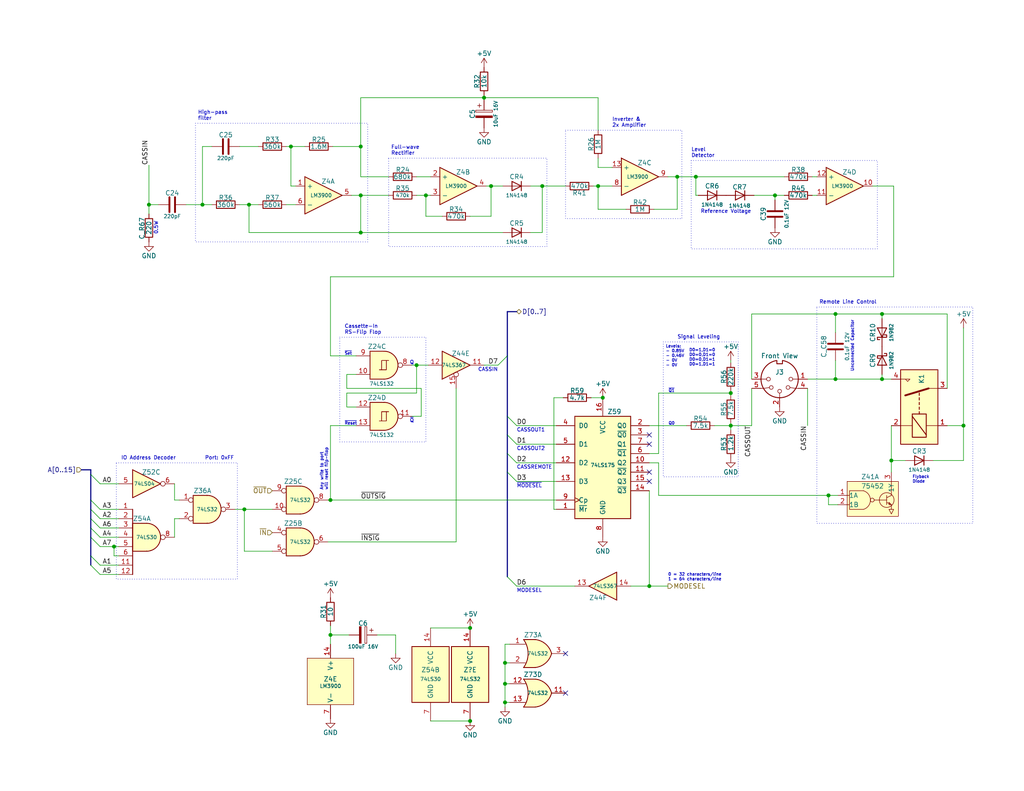
<source format=kicad_sch>
(kicad_sch (version 20230121) (generator eeschema)
  (paper "USLetter")
  (title_block (title "TRS-80 Model I G") (date "2023-10-24") (rev "E1B") (company "RetroStack - Marcel Erz") (comment 2 "Cassette motor control, input & output circuits, IO decoding, and video mode selection") (comment 4 "Cassette Interface with Video Mode Select"))
  (lib_symbols
    (symbol "74xx:74LS04"
      (property "Reference" "U" (at 0 1.27 0))
      (property "Value" "74LS04" (at 0 -1.27 0))
      (symbol "74LS04_1_0"
        (pin input line (at -7.62 0 0) (length 3.81) (name "~") (number "1"))
        (pin output inverted (at 7.62 0 180) (length 3.81) (name "~") (number "2"))
      )
      (symbol "74LS04_2_0"
        (pin input line (at -7.62 0 0) (length 3.81) (name "~") (number "3"))
        (pin output inverted (at 7.62 0 180) (length 3.81) (name "~") (number "4"))
      )
      (symbol "74LS04_3_0"
        (pin input line (at -7.62 0 0) (length 3.81) (name "~") (number "5"))
        (pin output inverted (at 7.62 0 180) (length 3.81) (name "~") (number "6"))
      )
      (symbol "74LS04_4_0"
        (pin output inverted (at 7.62 0 180) (length 3.81) (name "~") (number "8"))
        (pin input line (at -7.62 0 0) (length 3.81) (name "~") (number "9"))
      )
      (symbol "74LS04_5_0"
        (pin output inverted (at 7.62 0 180) (length 3.81) (name "~") (number "10"))
        (pin input line (at -7.62 0 0) (length 3.81) (name "~") (number "11"))
      )
      (symbol "74LS04_6_0"
        (pin output inverted (at 7.62 0 180) (length 3.81) (name "~") (number "12"))
        (pin input line (at -7.62 0 0) (length 3.81) (name "~") (number "13"))
      )
      (symbol "74LS04_7_0"
        (pin power_in line (at 0 12.7 270) (length 5.08) (name "VCC") (number "14"))
        (pin power_in line (at 0 -12.7 90) (length 5.08) (name "GND") (number "7"))
      )
    )
    (symbol "74xx:74LS132" (pin_names (offset 1.016))
      (property "Reference" "U" (at 0 1.27 0))
      (property "Value" "74LS132" (at 0 -1.27 0))
      (symbol "74LS132_1_1"
        (pin input line (at -7.62 2.54 0) (length 3.81) (name "~") (number "1"))
        (pin input line (at -7.62 -2.54 0) (length 3.81) (name "~") (number "2"))
        (pin output inverted (at 7.62 0 180) (length 3.81) (name "~") (number "3"))
      )
      (symbol "74LS132_1_2"
        (pin input inverted (at -7.62 2.54 0) (length 4.318) (name "~") (number "1"))
        (pin input inverted (at -7.62 -2.54 0) (length 4.318) (name "~") (number "2"))
        (pin output line (at 7.62 0 180) (length 3.81) (name "~") (number "3"))
      )
      (symbol "74LS132_2_1"
        (pin input line (at -7.62 2.54 0) (length 3.81) (name "~") (number "4"))
        (pin input line (at -7.62 -2.54 0) (length 3.81) (name "~") (number "5"))
        (pin output inverted (at 7.62 0 180) (length 3.81) (name "~") (number "6"))
      )
      (symbol "74LS132_2_2"
        (pin input inverted (at -7.62 2.54 0) (length 4.318) (name "~") (number "4"))
        (pin input inverted (at -7.62 -2.54 0) (length 4.318) (name "~") (number "5"))
        (pin output line (at 7.62 0 180) (length 3.81) (name "~") (number "6"))
      )
      (symbol "74LS132_3_1"
        (pin input line (at -7.62 -2.54 0) (length 3.81) (name "~") (number "10"))
        (pin output inverted (at 7.62 0 180) (length 3.81) (name "~") (number "8"))
        (pin input line (at -7.62 2.54 0) (length 3.81) (name "~") (number "9"))
      )
      (symbol "74LS132_3_2"
        (pin input inverted (at -7.62 -2.54 0) (length 4.318) (name "~") (number "10"))
        (pin output line (at 7.62 0 180) (length 3.81) (name "~") (number "8"))
        (pin input inverted (at -7.62 2.54 0) (length 4.318) (name "~") (number "9"))
      )
      (symbol "74LS132_4_1"
        (pin output inverted (at 7.62 0 180) (length 3.81) (name "~") (number "11"))
        (pin input line (at -7.62 2.54 0) (length 3.81) (name "~") (number "12"))
        (pin input line (at -7.62 -2.54 0) (length 3.81) (name "~") (number "13"))
      )
      (symbol "74LS132_4_2"
        (pin output line (at 7.62 0 180) (length 3.81) (name "~") (number "11"))
        (pin input inverted (at -7.62 2.54 0) (length 4.318) (name "~") (number "12"))
        (pin input inverted (at -7.62 -2.54 0) (length 4.318) (name "~") (number "13"))
      )
      (symbol "74LS132_5_0"
        (pin power_in line (at 0 12.7 270) (length 5.08) (name "VCC") (number "14"))
        (pin power_in line (at 0 -12.7 90) (length 5.08) (name "GND") (number "7"))
      )
    )
    (symbol "74xx:74LS175" (pin_names (offset 1.016))
      (property "Reference" "U" (at -7.62 13.97 0))
      (property "Value" "74LS175" (at -7.62 -16.51 0))
      (symbol "74LS175_1_0"
        (pin input line (at -12.7 -12.7 0) (length 5.08) (name "~{Mr}") (number "1"))
        (pin output line (at 12.7 0 180) (length 5.08) (name "Q2") (number "10"))
        (pin output line (at 12.7 -2.54 180) (length 5.08) (name "~{Q2}") (number "11"))
        (pin input line (at -12.7 0 0) (length 5.08) (name "D2") (number "12"))
        (pin input line (at -12.7 -5.08 0) (length 5.08) (name "D3") (number "13"))
        (pin output line (at 12.7 -7.62 180) (length 5.08) (name "~{Q3}") (number "14"))
        (pin output line (at 12.7 -5.08 180) (length 5.08) (name "Q3") (number "15"))
        (pin power_in line (at 0 17.78 270) (length 5.08) (name "VCC") (number "16"))
        (pin output line (at 12.7 10.16 180) (length 5.08) (name "Q0") (number "2"))
        (pin output line (at 12.7 7.62 180) (length 5.08) (name "~{Q0}") (number "3"))
        (pin input line (at -12.7 10.16 0) (length 5.08) (name "D0") (number "4"))
        (pin input line (at -12.7 5.08 0) (length 5.08) (name "D1") (number "5"))
        (pin output line (at 12.7 2.54 180) (length 5.08) (name "~{Q1}") (number "6"))
        (pin output line (at 12.7 5.08 180) (length 5.08) (name "Q1") (number "7"))
        (pin power_in line (at 0 -20.32 90) (length 5.08) (name "GND") (number "8"))
        (pin input clock (at -12.7 -10.16 0) (length 5.08) (name "Cp") (number "9"))
      )
    )
    (symbol "74xx:74LS30" (pin_names (offset 1.016))
      (property "Reference" "U" (at 0 1.27 0))
      (property "Value" "74LS30" (at 0 -1.27 0))
      (symbol "74LS30_1_1"
        (pin input line (at -7.62 7.62 0) (length 3.81) (name "~") (number "1"))
        (pin input line (at -7.62 -7.62 0) (length 3.81) (name "~") (number "11"))
        (pin input line (at -7.62 -10.16 0) (length 3.81) (name "~") (number "12"))
        (pin input line (at -7.62 5.08 0) (length 3.81) (name "~") (number "2"))
        (pin input line (at -7.62 2.54 0) (length 3.81) (name "~") (number "3"))
        (pin input line (at -7.62 0 0) (length 3.81) (name "~") (number "4"))
        (pin input line (at -7.62 -2.54 0) (length 3.81) (name "~") (number "5"))
        (pin input line (at -7.62 -5.08 0) (length 3.81) (name "~") (number "6"))
        (pin output inverted (at 7.62 0 180) (length 3.81) (name "~") (number "8"))
      )
      (symbol "74LS30_1_2"
        (pin input inverted (at -7.62 7.62 0) (length 3.81) (name "~") (number "1"))
        (pin input inverted (at -7.62 -7.62 0) (length 3.81) (name "~") (number "11"))
        (pin input inverted (at -7.62 -10.16 0) (length 3.81) (name "~") (number "12"))
        (pin input inverted (at -7.62 5.08 0) (length 3.81) (name "~") (number "2"))
        (pin input inverted (at -7.62 2.54 0) (length 4.5466) (name "~") (number "3"))
        (pin input inverted (at -7.62 0 0) (length 5.08) (name "~") (number "4"))
        (pin input inverted (at -7.62 -2.54 0) (length 4.5466) (name "~") (number "5"))
        (pin input inverted (at -7.62 -5.08 0) (length 3.81) (name "~") (number "6"))
        (pin output line (at 7.62 0 180) (length 3.81) (name "~") (number "8"))
      )
      (symbol "74LS30_2_0"
        (pin power_in line (at 0 12.7 270) (length 5.08) (name "VCC") (number "14"))
        (pin power_in line (at 0 -12.7 90) (length 5.08) (name "GND") (number "7"))
      )
    )
    (symbol "74xx:74LS32" (pin_names (offset 1.016))
      (property "Reference" "U" (at 0 1.27 0))
      (property "Value" "74LS32" (at 0 -1.27 0))
      (symbol "74LS32_1_1"
        (pin input line (at -7.62 2.54 0) (length 4.318) (name "~") (number "1"))
        (pin input line (at -7.62 -2.54 0) (length 4.318) (name "~") (number "2"))
        (pin output line (at 7.62 0 180) (length 3.81) (name "~") (number "3"))
      )
      (symbol "74LS32_1_2"
        (pin input inverted (at -7.62 2.54 0) (length 3.81) (name "~") (number "1"))
        (pin input inverted (at -7.62 -2.54 0) (length 3.81) (name "~") (number "2"))
        (pin output inverted (at 7.62 0 180) (length 3.81) (name "~") (number "3"))
      )
      (symbol "74LS32_2_1"
        (pin input line (at -7.62 2.54 0) (length 4.318) (name "~") (number "4"))
        (pin input line (at -7.62 -2.54 0) (length 4.318) (name "~") (number "5"))
        (pin output line (at 7.62 0 180) (length 3.81) (name "~") (number "6"))
      )
      (symbol "74LS32_2_2"
        (pin input inverted (at -7.62 2.54 0) (length 3.81) (name "~") (number "4"))
        (pin input inverted (at -7.62 -2.54 0) (length 3.81) (name "~") (number "5"))
        (pin output inverted (at 7.62 0 180) (length 3.81) (name "~") (number "6"))
      )
      (symbol "74LS32_3_1"
        (pin input line (at -7.62 -2.54 0) (length 4.318) (name "~") (number "10"))
        (pin output line (at 7.62 0 180) (length 3.81) (name "~") (number "8"))
        (pin input line (at -7.62 2.54 0) (length 4.318) (name "~") (number "9"))
      )
      (symbol "74LS32_3_2"
        (pin input inverted (at -7.62 -2.54 0) (length 3.81) (name "~") (number "10"))
        (pin output inverted (at 7.62 0 180) (length 3.81) (name "~") (number "8"))
        (pin input inverted (at -7.62 2.54 0) (length 3.81) (name "~") (number "9"))
      )
      (symbol "74LS32_4_1"
        (pin output line (at 7.62 0 180) (length 3.81) (name "~") (number "11"))
        (pin input line (at -7.62 2.54 0) (length 4.318) (name "~") (number "12"))
        (pin input line (at -7.62 -2.54 0) (length 4.318) (name "~") (number "13"))
      )
      (symbol "74LS32_4_2"
        (pin output inverted (at 7.62 0 180) (length 3.81) (name "~") (number "11"))
        (pin input inverted (at -7.62 2.54 0) (length 3.81) (name "~") (number "12"))
        (pin input inverted (at -7.62 -2.54 0) (length 3.81) (name "~") (number "13"))
      )
      (symbol "74LS32_5_0"
        (pin power_in line (at 0 12.7 270) (length 5.08) (name "VCC") (number "14"))
        (pin power_in line (at 0 -12.7 90) (length 5.08) (name "GND") (number "7"))
      )
    )
    (symbol "Connector:DIN-5_180degree" (pin_names (offset 1.016))
      (property "Reference" "J" (at 3.175 5.715 0))
      (property "Value" "DIN-5_180degree" (at 0 -6.35 0))
      (symbol "DIN-5_180degree_1_1"
        (pin passive line (at -7.62 0 0) (length 2.54) (name "~") (number "1"))
        (pin passive line (at 0 7.62 270) (length 2.54) (name "~") (number "2"))
        (pin passive line (at 7.62 0 180) (length 2.54) (name "~") (number "3"))
        (pin passive line (at -7.62 2.54 0) (length 2.54) (name "~") (number "4"))
        (pin passive line (at 7.62 2.54 180) (length 2.54) (name "~") (number "5"))
      )
    )
    (symbol "Device:C" (pin_numbers hide) (pin_names (offset 0.254))
      (property "Reference" "C" (at 0.635 2.54 0))
      (property "Value" "C" (at 0.635 -2.54 0))
      (symbol "C_1_1"
        (pin passive line (at 0 3.81 270) (length 2.794) (name "~") (number "1"))
        (pin passive line (at 0 -3.81 90) (length 2.794) (name "~") (number "2"))
      )
    )
    (symbol "Device:C_Polarized" (pin_numbers hide) (pin_names (offset 0.254))
      (property "Reference" "C" (at 0.635 2.54 0))
      (property "Value" "C_Polarized" (at 0.635 -2.54 0))
      (symbol "C_Polarized_1_1"
        (pin passive line (at 0 3.81 270) (length 2.794) (name "~") (number "1"))
        (pin passive line (at 0 -3.81 90) (length 2.794) (name "~") (number "2"))
      )
    )
    (symbol "Device:D" (pin_numbers hide) (pin_names (offset 1.016) hide)
      (property "Reference" "D" (at 0 2.54 0))
      (property "Value" "D" (at 0 -2.54 0))
      (symbol "D_1_1"
        (pin passive line (at -3.81 0 0) (length 2.54) (name "K") (number "1"))
        (pin passive line (at 3.81 0 180) (length 2.54) (name "A") (number "2"))
      )
    )
    (symbol "Device:D_Schottky" (pin_numbers hide) (pin_names (offset 1.016) hide)
      (property "Reference" "D" (at 0 2.54 0))
      (property "Value" "D_Schottky" (at 0 -2.54 0))
      (symbol "D_Schottky_1_1"
        (pin passive line (at -3.81 0 0) (length 2.54) (name "K") (number "1"))
        (pin passive line (at 3.81 0 180) (length 2.54) (name "A") (number "2"))
      )
    )
    (symbol "Device:R" (pin_numbers hide) (pin_names (offset 0))
      (property "Reference" "R" (at 2.032 0 90))
      (property "Value" "R" (at 0 0 90))
      (symbol "R_1_1"
        (pin passive line (at 0 3.81 270) (length 1.27) (name "~") (number "1"))
        (pin passive line (at 0 -3.81 90) (length 1.27) (name "~") (number "2"))
      )
    )
    (symbol "RetroStackLibrary:74LS367_Split" (pin_names (offset 1.016))
      (property "Reference" "U" (at 0 1.27 0))
      (property "Value" "74LS367" (at 0 -1.27 0))
      (symbol "74LS367_Split_1_0"
        (pin input inverted (at 0 6.35 270) (length 4.445) (name "~") (number "1"))
        (pin input line (at -7.62 0 0) (length 3.81) (name "~") (number "2"))
        (pin tri_state line (at 7.62 0 180) (length 3.81) (name "~") (number "3"))
      )
      (symbol "74LS367_Split_2_0"
        (pin input line (at -7.62 0 0) (length 3.81) (name "~") (number "4"))
        (pin tri_state line (at 7.62 0 180) (length 3.81) (name "~") (number "5"))
      )
      (symbol "74LS367_Split_3_0"
        (pin input line (at -7.62 0 0) (length 3.81) (name "~") (number "6"))
        (pin tri_state line (at 7.62 0 180) (length 3.81) (name "~") (number "7"))
      )
      (symbol "74LS367_Split_4_0"
        (pin input line (at -7.62 0 0) (length 3.81) (name "~") (number "10"))
        (pin tri_state line (at 7.62 0 180) (length 3.81) (name "~") (number "9"))
      )
      (symbol "74LS367_Split_5_0"
        (pin tri_state line (at 8.255 -6.35 180) (length 3.81) (name "~") (number "11"))
        (pin input line (at -6.985 -6.35 0) (length 3.81) (name "~") (number "12"))
        (pin input inverted (at 0.635 0 270) (length 4.445) (name "~") (number "15"))
      )
      (symbol "74LS367_Split_6_0"
        (pin tri_state line (at 7.62 0 180) (length 3.81) (name "~") (number "13"))
        (pin input line (at -7.62 0 0) (length 3.81) (name "~") (number "14"))
      )
      (symbol "74LS367_Split_7_0"
        (pin power_in line (at 0 1.905 270) (length 5.08) (name "VCC") (number "16"))
        (pin power_in line (at 0 -23.495 90) (length 5.08) (name "GND") (number "8"))
      )
    )
    (symbol "RetroStackLibrary:75452"
      (property "Reference" "U" (at 0 0 0))
      (property "Value" "75452" (at 0 -2.54 0))
      (symbol "75452_1_1"
        (pin input line (at -9.525 -5.08 0) (length 2.54) (name "1A") (number "1"))
        (pin input line (at -9.525 -7.62 0) (length 2.54) (name "1B") (number "2"))
        (pin passive line (at 5.08 1.27 270) (length 2.54) (name "1Y") (number "3"))
      )
      (symbol "75452_2_1"
        (pin passive line (at 5.08 1.27 270) (length 2.54) (name "2Y") (number "5"))
        (pin input line (at -9.525 -5.08 0) (length 2.54) (name "2A") (number "6"))
        (pin input line (at -9.525 -7.62 0) (length 2.54) (name "2B") (number "7"))
      )
      (symbol "75452_3_1"
        (pin passive line (at -1.905 -19.05 90) (length 2.54) (name "GND") (number "4"))
        (pin passive line (at -1.905 1.27 270) (length 2.54) (name "VCC") (number "8"))
      )
    )
    (symbol "RetroStackLibrary:LM3900"
      (property "Reference" "U" (at 0 5.08 0))
      (property "Value" "LM3900" (at 0 -3.175 0))
      (symbol "LM3900_1_1"
        (pin input line (at -7.62 2.54 0) (length 2.54) (name "+") (number "1"))
        (pin output line (at 7.62 0 180) (length 2.54) (name "~") (number "5"))
        (pin input line (at -7.62 -2.54 0) (length 2.54) (name "-") (number "6"))
      )
      (symbol "LM3900_2_1"
        (pin input line (at -7.62 2.54 0) (length 2.54) (name "+") (number "2"))
        (pin input line (at -7.62 -2.54 0) (length 2.54) (name "-") (number "3"))
        (pin output line (at 7.62 0 180) (length 2.54) (name "~") (number "4"))
      )
      (symbol "LM3900_3_1"
        (pin input line (at -7.62 2.54 0) (length 2.54) (name "+") (number "13"))
        (pin input line (at -7.62 -2.54 0) (length 2.54) (name "-") (number "8"))
        (pin output line (at 7.62 0 180) (length 2.54) (name "~") (number "9"))
      )
      (symbol "LM3900_4_1"
        (pin output line (at 7.62 0 180) (length 2.54) (name "~") (number "10"))
        (pin input line (at -7.62 -2.54 0) (length 2.54) (name "-") (number "11"))
        (pin input line (at -7.62 2.54 0) (length 2.54) (name "+") (number "12"))
      )
      (symbol "LM3900_5_1"
        (pin passive line (at 0 7.62 270) (length 3.81) (name "V+") (number "14"))
        (pin passive line (at 0 -12.7 90) (length 3.81) (name "V-") (number "7"))
      )
    )
    (symbol "RetroStackLibrary:TRS80_Model_I_Relay_NO"
      (property "Reference" "K" (at 11.43 3.81 0))
      (property "Value" "Relay_SPST-NO" (at 11.43 1.27 0))
      (symbol "TRS80_Model_I_Relay_NO_1_1"
        (pin passive line (at -5.08 -7.62 90) (length 2.54) (name "~") (number "1"))
        (pin passive line (at -5.08 7.62 270) (length 2.54) (name "~") (number "2"))
        (pin passive line (at 5.08 -7.62 90) (length 2.54) (name "~") (number "3"))
        (pin passive line (at 7.62 7.62 270) (length 2.54) (name "~") (number "4"))
      )
    )
    (symbol "power:+5V" (power) (pin_names (offset 0))
      (property "Value" "+5V" (at 0 3.556 0))
      (symbol "+5V_1_1"
        (pin power_in line (at 0 0 90) (length 0) hide (name "+5V") (number "1"))
      )
    )
    (symbol "power:GND" (power) (pin_names (offset 0))
      (property "Value" "GND" (at 0 -3.81 0))
      (symbol "GND_1_1"
        (pin power_in line (at 0 0 270) (length 0) hide (name "GND") (number "1"))
      )
    )
  )
  (junction (at 163.195 50.8))
  (junction (at 164.465 108.585))
  (junction (at 116.205 53.34))
  (junction (at 90.17 136.525))
  (junction (at 177.165 160.02))
  (junction (at 227.965 103.505))
  (junction (at 113.665 99.695))
  (junction (at 90.17 173.355))
  (junction (at 240.665 103.505))
  (junction (at 199.39 116.205))
  (junction (at 40.64 55.88))
  (junction (at 211.455 53.34))
  (junction (at 79.375 40.005))
  (junction (at 98.425 63.5))
  (junction (at 199.39 107.315))
  (junction (at 227.965 85.725))
  (junction (at 147.955 50.8))
  (junction (at 226.06 135.255))
  (junction (at 98.425 53.34))
  (junction (at 67.945 55.88))
  (junction (at 137.795 186.69))
  (junction (at 98.425 40.005))
  (junction (at 31.115 149.225))
  (junction (at 132.08 26.67))
  (junction (at 128.27 171.45))
  (junction (at 262.89 116.205))
  (junction (at 184.785 48.26))
  (junction (at 137.795 180.975))
  (junction (at 66.675 139.065))
  (junction (at 133.985 50.8))
  (junction (at 55.245 55.88))
  (junction (at 128.27 196.85))
  (junction (at 137.795 191.77))
  (junction (at 240.665 85.725))
  (junction (at 189.865 48.26))
  (junction (at 243.205 125.73))
  (no_connect (at 177.165 128.905))
  (no_connect (at 177.165 121.285))
  (no_connect (at 177.165 118.745))
  (no_connect (at 154.305 189.23))
  (no_connect (at 154.305 178.435))
  (no_connect (at 177.165 131.445))
  (bus_entry (at 24.765 139.065) (size 2.54 2.54))
  (bus_entry (at 140.97 131.445) (size -2.54 -2.54))
  (bus_entry (at 140.97 121.285) (size -2.54 -2.54))
  (bus_entry (at 140.97 160.02) (size -2.54 -2.54))
  (bus_entry (at 24.765 146.685) (size 2.54 2.54))
  (bus_entry (at 24.765 141.605) (size 2.54 2.54))
  (bus_entry (at 140.97 126.365) (size -2.54 -2.54))
  (bus_entry (at 135.89 99.695) (size 2.54 -2.54))
  (bus_entry (at 24.765 154.305) (size 2.54 2.54))
  (bus_entry (at 24.765 144.145) (size 2.54 2.54))
  (bus_entry (at 24.765 129.54) (size 2.54 2.54))
  (bus_entry (at 24.765 136.525) (size 2.54 2.54))
  (bus_entry (at 140.97 116.205) (size -2.54 -2.54))
  (bus_entry (at 24.765 151.765) (size 2.54 2.54))
  (wire (pts (xy 220.345 103.505) (xy 227.965 103.505)))
  (wire (pts (xy 74.295 150.495) (xy 66.675 150.495)))
  (bus (pts (xy 138.43 113.665) (xy 138.43 118.745)))
  (wire (pts (xy 27.305 132.08) (xy 32.385 132.08)))
  (bus (pts (xy 24.765 141.605) (xy 24.765 139.065)))
  (wire (pts (xy 187.325 116.205) (xy 177.165 116.205)))
  (wire (pts (xy 78.105 55.88) (xy 80.645 55.88)))
  (wire (pts (xy 184.785 57.15) (xy 184.785 48.26)))
  (wire (pts (xy 79.375 50.8) (xy 80.645 50.8)))
  (wire (pts (xy 240.665 103.505) (xy 243.205 103.505)))
  (wire (pts (xy 27.305 146.685) (xy 32.385 146.685)))
  (wire (pts (xy 226.06 137.795) (xy 226.06 135.255)))
  (wire (pts (xy 133.985 50.8) (xy 132.715 50.8)))
  (wire (pts (xy 94.615 102.235) (xy 94.615 106.045)))
  (wire (pts (xy 189.865 48.26) (xy 213.995 48.26)))
  (wire (pts (xy 47.625 136.525) (xy 47.625 132.08)))
  (wire (pts (xy 31.115 151.765) (xy 31.115 149.225)))
  (wire (pts (xy 113.665 48.26) (xy 117.475 48.26)))
  (wire (pts (xy 137.795 180.975) (xy 137.795 186.69)))
  (bus (pts (xy 138.43 85.09) (xy 140.97 85.09)))
  (wire (pts (xy 227.965 103.505) (xy 240.665 103.505)))
  (bus (pts (xy 138.43 97.155) (xy 138.43 113.665)))
  (wire (pts (xy 32.385 151.765) (xy 31.115 151.765)))
  (wire (pts (xy 254.635 125.73) (xy 262.89 125.73)))
  (bus (pts (xy 138.43 128.905) (xy 138.43 157.48)))
  (bus (pts (xy 138.43 118.745) (xy 138.43 123.825)))
  (wire (pts (xy 205.105 106.045) (xy 205.105 116.205)))
  (wire (pts (xy 97.155 97.155) (xy 90.17 97.155)))
  (wire (pts (xy 90.17 116.205) (xy 90.17 136.525)))
  (wire (pts (xy 65.405 40.005) (xy 70.485 40.005)))
  (wire (pts (xy 116.205 53.34) (xy 113.665 53.34)))
  (wire (pts (xy 48.895 141.605) (xy 47.625 141.605)))
  (wire (pts (xy 116.205 59.055) (xy 116.205 53.34)))
  (wire (pts (xy 199.39 98.425) (xy 199.39 99.06)))
  (wire (pts (xy 55.245 55.88) (xy 55.245 40.005)))
  (wire (pts (xy 89.535 136.525) (xy 90.17 136.525)))
  (wire (pts (xy 98.425 63.5) (xy 137.16 63.5)))
  (wire (pts (xy 177.165 160.02) (xy 182.245 160.02)))
  (wire (pts (xy 258.445 85.725) (xy 258.445 106.045)))
  (wire (pts (xy 83.185 40.005) (xy 79.375 40.005)))
  (wire (pts (xy 227.965 98.425) (xy 227.965 103.505)))
  (wire (pts (xy 95.25 173.355) (xy 90.17 173.355)))
  (wire (pts (xy 40.64 55.88) (xy 40.64 58.42)))
  (wire (pts (xy 98.425 26.67) (xy 98.425 40.005)))
  (wire (pts (xy 114.935 113.665) (xy 112.395 113.665)))
  (bus (pts (xy 22.225 128.27) (xy 24.765 128.27)))
  (wire (pts (xy 57.785 55.88) (xy 55.245 55.88)))
  (wire (pts (xy 194.945 116.205) (xy 199.39 116.205)))
  (wire (pts (xy 97.155 116.205) (xy 90.17 116.205)))
  (wire (pts (xy 102.87 173.355) (xy 107.95 173.355)))
  (wire (pts (xy 79.375 40.005) (xy 79.375 50.8)))
  (wire (pts (xy 137.795 186.69) (xy 139.065 186.69)))
  (wire (pts (xy 153.67 108.585) (xy 151.13 108.585)))
  (wire (pts (xy 228.6 137.795) (xy 226.06 137.795)))
  (wire (pts (xy 90.17 75.565) (xy 243.84 75.565)))
  (wire (pts (xy 132.08 26.035) (xy 132.08 26.67)))
  (wire (pts (xy 132.08 26.67) (xy 98.425 26.67)))
  (wire (pts (xy 179.705 123.825) (xy 177.165 123.825)))
  (wire (pts (xy 184.785 48.26) (xy 189.865 48.26)))
  (wire (pts (xy 90.17 136.525) (xy 151.765 136.525)))
  (wire (pts (xy 137.16 50.8) (xy 133.985 50.8)))
  (wire (pts (xy 139.065 175.895) (xy 137.795 175.895)))
  (wire (pts (xy 43.18 55.88) (xy 40.64 55.88)))
  (wire (pts (xy 114.935 106.045) (xy 114.935 113.665)))
  (wire (pts (xy 98.425 53.34) (xy 95.885 53.34)))
  (wire (pts (xy 89.535 147.955) (xy 124.46 147.955)))
  (wire (pts (xy 137.795 186.69) (xy 137.795 191.77)))
  (wire (pts (xy 132.08 99.695) (xy 135.89 99.695)))
  (wire (pts (xy 64.135 139.065) (xy 66.675 139.065)))
  (bus (pts (xy 138.43 85.09) (xy 138.43 97.155)))
  (bus (pts (xy 24.765 154.305) (xy 24.765 151.765)))
  (wire (pts (xy 66.675 150.495) (xy 66.675 139.065)))
  (wire (pts (xy 128.27 59.055) (xy 133.985 59.055)))
  (wire (pts (xy 66.675 139.065) (xy 74.295 139.065)))
  (wire (pts (xy 27.305 156.845) (xy 32.385 156.845)))
  (wire (pts (xy 243.84 50.8) (xy 238.125 50.8)))
  (wire (pts (xy 172.085 160.02) (xy 177.165 160.02)))
  (wire (pts (xy 132.08 26.67) (xy 163.195 26.67)))
  (wire (pts (xy 163.195 43.18) (xy 163.195 45.72)))
  (bus (pts (xy 24.765 139.065) (xy 24.765 136.525)))
  (wire (pts (xy 179.705 135.255) (xy 226.06 135.255)))
  (wire (pts (xy 65.405 55.88) (xy 67.945 55.88)))
  (wire (pts (xy 240.665 85.725) (xy 258.445 85.725)))
  (wire (pts (xy 117.475 196.85) (xy 128.27 196.85)))
  (wire (pts (xy 205.105 103.505) (xy 205.105 85.725)))
  (wire (pts (xy 177.165 160.02) (xy 177.165 133.985)))
  (wire (pts (xy 178.435 57.15) (xy 184.785 57.15)))
  (wire (pts (xy 179.705 126.365) (xy 179.705 135.255)))
  (wire (pts (xy 258.445 116.205) (xy 262.89 116.205)))
  (bus (pts (xy 24.765 136.525) (xy 24.765 129.54)))
  (wire (pts (xy 240.665 86.995) (xy 240.665 85.725)))
  (bus (pts (xy 138.43 123.825) (xy 138.43 128.905)))
  (wire (pts (xy 112.395 99.695) (xy 113.665 99.695)))
  (wire (pts (xy 179.705 107.315) (xy 199.39 107.315)))
  (wire (pts (xy 243.205 116.205) (xy 243.205 125.73)))
  (wire (pts (xy 163.195 45.72) (xy 167.005 45.72)))
  (bus (pts (xy 24.765 146.685) (xy 24.765 144.145)))
  (wire (pts (xy 151.13 139.065) (xy 151.765 139.065)))
  (wire (pts (xy 113.665 99.695) (xy 116.84 99.695)))
  (wire (pts (xy 199.39 117.475) (xy 199.39 116.205)))
  (wire (pts (xy 199.39 115.57) (xy 199.39 116.205)))
  (wire (pts (xy 151.13 108.585) (xy 151.13 139.065)))
  (wire (pts (xy 179.705 107.315) (xy 179.705 123.825)))
  (wire (pts (xy 90.17 97.155) (xy 90.17 75.565)))
  (wire (pts (xy 221.615 48.26) (xy 222.885 48.26)))
  (wire (pts (xy 140.97 160.02) (xy 156.845 160.02)))
  (wire (pts (xy 90.17 173.355) (xy 90.17 175.895)))
  (wire (pts (xy 117.475 171.45) (xy 128.27 171.45)))
  (wire (pts (xy 137.795 191.77) (xy 137.795 193.04)))
  (wire (pts (xy 55.245 40.005) (xy 57.785 40.005)))
  (wire (pts (xy 221.615 53.34) (xy 222.885 53.34)))
  (wire (pts (xy 94.615 107.315) (xy 94.615 111.125)))
  (wire (pts (xy 227.965 85.725) (xy 240.665 85.725)))
  (wire (pts (xy 98.425 63.5) (xy 67.945 63.5)))
  (wire (pts (xy 78.105 40.005) (xy 79.375 40.005)))
  (wire (pts (xy 177.165 126.365) (xy 179.705 126.365)))
  (wire (pts (xy 199.39 106.68) (xy 199.39 107.315)))
  (wire (pts (xy 140.97 126.365) (xy 151.765 126.365)))
  (wire (pts (xy 140.97 131.445) (xy 151.765 131.445)))
  (wire (pts (xy 220.345 106.045) (xy 220.345 116.205)))
  (wire (pts (xy 31.115 149.225) (xy 32.385 149.225)))
  (wire (pts (xy 163.195 50.8) (xy 163.195 57.15)))
  (wire (pts (xy 147.955 50.8) (xy 154.305 50.8)))
  (wire (pts (xy 161.925 50.8) (xy 163.195 50.8)))
  (wire (pts (xy 137.795 175.895) (xy 137.795 180.975)))
  (wire (pts (xy 67.945 63.5) (xy 67.945 55.88)))
  (wire (pts (xy 106.045 48.26) (xy 98.425 48.26)))
  (wire (pts (xy 90.805 40.005) (xy 98.425 40.005)))
  (wire (pts (xy 182.245 48.26) (xy 184.785 48.26)))
  (bus (pts (xy 24.765 151.765) (xy 24.765 146.685)))
  (bus (pts (xy 24.765 129.54) (xy 24.765 128.27)))
  (wire (pts (xy 240.665 102.235) (xy 240.665 103.505)))
  (wire (pts (xy 262.89 116.205) (xy 262.89 89.535)))
  (wire (pts (xy 113.665 99.695) (xy 113.665 107.315)))
  (wire (pts (xy 55.245 55.88) (xy 50.8 55.88)))
  (wire (pts (xy 98.425 63.5) (xy 98.425 53.34)))
  (wire (pts (xy 90.17 170.815) (xy 90.17 173.355)))
  (wire (pts (xy 163.195 26.67) (xy 163.195 35.56)))
  (wire (pts (xy 211.455 53.34) (xy 211.455 54.61)))
  (wire (pts (xy 147.955 63.5) (xy 147.955 50.8)))
  (wire (pts (xy 226.06 135.255) (xy 228.6 135.255)))
  (wire (pts (xy 199.39 107.315) (xy 199.39 107.95)))
  (wire (pts (xy 205.74 53.34) (xy 211.455 53.34)))
  (wire (pts (xy 132.08 27.305) (xy 132.08 26.67)))
  (wire (pts (xy 48.895 136.525) (xy 47.625 136.525)))
  (wire (pts (xy 140.97 121.285) (xy 151.765 121.285)))
  (wire (pts (xy 67.945 55.88) (xy 70.485 55.88)))
  (wire (pts (xy 124.46 147.955) (xy 124.46 106.045)))
  (wire (pts (xy 161.29 108.585) (xy 164.465 108.585)))
  (wire (pts (xy 199.39 116.205) (xy 205.105 116.205)))
  (wire (pts (xy 227.965 85.725) (xy 227.965 90.805)))
  (wire (pts (xy 27.305 141.605) (xy 32.385 141.605)))
  (wire (pts (xy 94.615 111.125) (xy 97.155 111.125)))
  (wire (pts (xy 106.045 53.34) (xy 98.425 53.34)))
  (wire (pts (xy 27.305 139.065) (xy 32.385 139.065)))
  (wire (pts (xy 94.615 106.045) (xy 114.935 106.045)))
  (wire (pts (xy 27.305 144.145) (xy 32.385 144.145)))
  (wire (pts (xy 189.865 53.34) (xy 189.865 48.26)))
  (wire (pts (xy 243.205 125.73) (xy 247.015 125.73)))
  (wire (pts (xy 243.84 75.565) (xy 243.84 50.8)))
  (wire (pts (xy 140.97 116.205) (xy 151.765 116.205)))
  (wire (pts (xy 205.105 85.725) (xy 227.965 85.725)))
  (wire (pts (xy 47.625 141.605) (xy 47.625 146.685)))
  (wire (pts (xy 113.665 107.315) (xy 94.615 107.315)))
  (wire (pts (xy 117.475 53.34) (xy 116.205 53.34)))
  (wire (pts (xy 97.155 102.235) (xy 94.615 102.235)))
  (wire (pts (xy 120.65 59.055) (xy 116.205 59.055)))
  (wire (pts (xy 27.305 149.225) (xy 31.115 149.225)))
  (wire (pts (xy 144.78 63.5) (xy 147.955 63.5)))
  (wire (pts (xy 137.795 191.77) (xy 139.065 191.77)))
  (wire (pts (xy 211.455 53.34) (xy 213.995 53.34)))
  (wire (pts (xy 133.985 59.055) (xy 133.985 50.8)))
  (wire (pts (xy 107.95 173.355) (xy 107.95 178.435)))
  (wire (pts (xy 163.195 57.15) (xy 170.815 57.15)))
  (bus (pts (xy 24.765 144.145) (xy 24.765 141.605)))
  (wire (pts (xy 98.425 48.26) (xy 98.425 40.005)))
  (wire (pts (xy 40.64 45.085) (xy 40.64 55.88)))
  (wire (pts (xy 163.195 50.8) (xy 167.005 50.8)))
  (wire (pts (xy 137.795 180.975) (xy 139.065 180.975)))
  (wire (pts (xy 144.78 50.8) (xy 147.955 50.8)))
  (wire (pts (xy 27.305 154.305) (xy 32.385 154.305)))
  (wire (pts (xy 189.865 53.34) (xy 190.5 53.34)))
  (wire (pts (xy 262.89 125.73) (xy 262.89 116.205)))
  (wire (pts (xy 243.205 128.905) (xy 243.205 125.73)))
  (rectangle (start 92.71 92.075) (end 116.205 120.65) (stroke (width 0) (type dot)))
  (rectangle (start 180.975 93.345) (end 201.422 130.175) (stroke (width 0) (type dot)))
  (rectangle (start 53.34 33.655) (end 100.33 66.04) (stroke (width 0) (type dot)))
  (rectangle (start 106.045 43.18) (end 149.225 67.31) (stroke (width 0) (type dot)))
  (rectangle (start 222.885 83.82) (end 265.43 142.875) (stroke (width 0) (type dot)))
  (rectangle (start 154.305 35.56) (end 186.055 59.69) (stroke (width 0) (type dot)))
  (rectangle (start 31.75 126.365) (end 64.77 158.115) (stroke (width 0) (type dot)))
  (rectangle (start 188.595 43.815) (end 239.395 67.945) (stroke (width 0) (type dot)))
  (text "~{MODESEL}" (at 140.97 133.35 0) (effects (font (size 1 1)) (justify left bottom)))
  (text "0 = 32 characters/line\n1 = 64 characters/line\n" (at 182.245 158.75 0) (effects (font (size 0.8 0.8)) (justify left bottom)))
  (text "Full-wave\nRectifier" (at 106.68 42.545 0) (effects (font (size 1 1)) (justify left bottom)))
  (text "Level\nDetector" (at 188.595 43.18 0) (effects (font (size 1 1)) (justify left bottom)))
  (text "Q0" (at 184.15 116.205 0) (effects (font (size 0.8 0.8)) (justify right bottom)))
  (text "High-pass\nfilter" (at 53.975 33.02 0) (effects (font (size 1 1)) (justify left bottom)))
  (text "Unconnected Capacitor" (at 233.045 101.6 90) (effects (font (size 0.8 0.8)) (justify left bottom)))
  (text "Reference Voltage" (at 191.135 58.42 0) (effects (font (size 1 1)) (justify left bottom)))
  (text "Any write to port\nwill reset flip-flop" (at 89.535 133.985 90) (effects (font (size 0.8 0.8)) (justify left bottom)))
  (text "IO Address Decoder" (at 33.02 125.73 0) (effects (font (size 1 1)) (justify left bottom)))
  (text "CASSREMOTE" (at 140.97 128.27 0) (effects (font (size 1 1)) (justify left bottom)))
  (text "Remote Line Control" (at 223.52 83.185 0) (effects (font (size 1 1)) (justify left bottom)))
  (text "Port: 0xFF" (at 55.88 125.73 0) (effects (font (size 1 1)) (justify left bottom)))
  (text "~{Q}" (at 111.76 115.57 0) (effects (font (size 1 1)) (justify left bottom)))
  (text "Q" (at 111.76 99.695 0) (effects (font (size 1 1)) (justify left bottom)))
  (text "CASSOUT1" (at 140.97 118.11 0) (effects (font (size 1 1)) (justify left bottom)))
  (text "Flyback\nDiode" (at 248.92 132.08 0) (effects (font (size 0.8 0.8)) (justify left bottom)))
  (text "Signal Leveling" (at 184.785 92.71 0) (effects (font (size 1 1)) (justify left bottom)))
  (text "0.5W" (at 43.18 64.135 90) (effects (font (size 1 1)) (justify left bottom)))
  (text "CASSOUT2" (at 140.97 123.19 0) (effects (font (size 1 1)) (justify left bottom)))
  (text "CASSIN" (at 135.89 101.6 0) (effects (font (size 1 1)) (justify right bottom)))
  (text "MODESEL" (at 140.97 161.925 0) (effects (font (size 1 1)) (justify left bottom)))
  (text "Cassette-In\nRS-Flip Flop" (at 93.98 91.44 0) (effects (font (size 1 1)) (justify left bottom)))
  (text "~{Q1}" (at 184.15 107.315 0) (effects (font (size 0.8 0.8)) (justify right bottom)))
  (text "Levels:\n- 0.85V\n- 0.46V\n- 0V\n- 0V" (at 181.61 100.33 0) (effects (font (size 0.8 0.8)) (justify left bottom)))
  (text "Inverter &\n2x Amplifier" (at 167.005 34.925 0) (effects (font (size 1 1)) (justify left bottom)))
  (text "~{Reset}" (at 93.98 116.205 0) (effects (font (size 0.8 0.8)) (justify left bottom)))
  (text "~{Set}" (at 93.98 97.155 0) (effects (font (size 0.8 0.8)) (justify left bottom)))
  (text "D0=1,D1=0\nD0=0,D1=0\nD0=0,D1=1\nD0=1,D1=1" (at 195.199 100.076 0) (effects (font (size 0.8 0.8)) (justify right bottom)))
  (label "A4" (at 27.94 146.685 0))
  (label "D0" (at 140.97 116.205 0))
  (label "A3" (at 27.94 139.065 0))
  (label "A7" (at 27.94 149.225 0))
  (label "D2" (at 140.97 126.365 0))
  (label "CASSOUT" (at 205.105 116.205 270))
  (label "~{INSIG}" (at 98.425 147.955 0))
  (label "A2" (at 27.94 141.605 0))
  (label "D3" (at 140.97 131.445 0))
  (label "D6" (at 140.97 160.02 0))
  (label "~{OUTSIG}" (at 98.425 136.525 0))
  (label "A6" (at 27.94 144.145 0))
  (label "CASSIN" (at 220.345 116.205 270))
  (label "A5" (at 27.94 156.845 0))
  (label "A1" (at 27.94 154.305 0))
  (label "D7" (at 135.89 99.695 180))
  (label "A0" (at 27.94 132.08 0))
  (label "D1" (at 140.97 121.285 0))
  (label "CASSIN" (at 40.64 45.085 90))
  (hierarchical_label "A[0..15]" (shape input) (at 22.225 128.27 180))
  (hierarchical_label "MODESEL" (shape output) (at 182.245 160.02 0))
  (hierarchical_label "D[0..7]" (shape bidirectional) (at 140.97 85.09 0))
  (hierarchical_label "~{IN}" (shape input) (at 74.295 145.415 180))
  (hierarchical_label "~{OUT}" (shape input) (at 74.295 133.985 180))
  (symbol (lib_id "Device:C_Polarized") (at 99.06 173.355 270) (unit 1)
    (property "Reference" "C6" (at 99.06 170.18 90))
    (property "Value" "100uF 16V" (at 99.06 176.53 90) (effects (font (size 1 1))))
    (property "Footprint" "RetroStackLibrary:TRS80_Model_I_C_Pol_Radial_10D_5P" (effects hide))
  )
  (symbol (lib_id "Device:R") (at 74.295 40.005 90) (mirror x) (unit 1)
    (property "Reference" "R33" (at 74.295 38.1 90))
    (property "Value" "360k" (at 74.295 40.005 90))
    (property "Footprint" "RetroStackLibrary:TRS80_Model_I_R_0.25W" (effects hide))
  )
  (symbol (lib_id "74xx:74LS32") (at 128.27 184.15 0) (unit 5)
    (property "Reference" "Z?" (at 128.27 182.88 0))
    (property "Value" "74LS32" (at 128.27 185.42 0) (effects (font (size 1 1))))
    (property "Footprint" "RetroStackLibrary:TRS80_Model_I_DIP14" (effects hide))
    (property "Datasheet" "http://www.ti.com/lit/gpn/sn74LS32" (effects hide))
    (instances (project "TRS80_Model_I_G_E1" (path "" (reference "Z?") (unit 5)) (path "" (reference "Z73") (unit 5)) (path "" (reference "Z25") (unit 5))))
  )
  (symbol (lib_id "Device:R") (at 86.995 40.005 90) (mirror x) (unit 1)
    (property "Reference" "R25" (at 86.995 38.1 90))
    (property "Value" "1.6M" (at 86.995 40.005 90))
    (property "Footprint" "RetroStackLibrary:TRS80_Model_I_R_0.25W" (effects hide))
  )
  (symbol (lib_id "Device:C") (at 211.455 58.42 180) (unit 1)
    (property "Reference" "C39" (at 208.28 58.42 90))
    (property "Value" "0.1uF 12V" (at 214.63 58.42 90) (effects (font (size 1 1))))
    (property "Footprint" "RetroStackLibrary:TRS80_Model_I_C_Disc_9.5L_4W_6P_Small" (effects hide))
  )
  (symbol (lib_id "Device:R") (at 199.39 121.285 180) (unit 1)
    (property "Reference" "R53" (at 197.485 123.19 90) (effects (justify right)))
    (property "Value" "1.2k" (at 199.39 123.19 90) (effects (justify right)))
    (property "Footprint" "RetroStackLibrary:TRS80_Model_I_R_0.25W" (effects hide))
  )
  (symbol (lib_id "Device:R") (at 74.295 55.88 90) (mirror x) (unit 1)
    (property "Reference" "R37" (at 74.295 53.975 90))
    (property "Value" "560k" (at 74.295 55.88 90))
    (property "Footprint" "RetroStackLibrary:TRS80_Model_I_R_0.25W" (effects hide))
  )
  (symbol (lib_id "74xx:74LS30") (at 117.475 184.15 0) (unit 2)
    (property "Reference" "Z54" (at 117.475 182.88 0))
    (property "Value" "74LS30" (at 117.475 185.42 0) (effects (font (size 1 1))))
    (property "Footprint" "RetroStackLibrary:TRS80_Model_I_DIP14" (effects hide))
    (property "Datasheet" "http://www.ti.com/lit/gpn/sn74LS30" (effects hide))
    (instances (project "TRS80_Model_I_G_E1" (path "" (reference "Z54") (unit 2)) (path "" (reference "U5") (unit 2))))
  )
  (symbol (lib_id "Device:R") (at 109.855 53.34 90) (mirror x) (unit 1)
    (property "Reference" "R35" (at 109.855 51.435 90))
    (property "Value" "470k" (at 109.855 53.34 90) (effects (font (size 1 1))))
    (property "Footprint" "RetroStackLibrary:TRS80_Model_I_R_0.25W" (effects hide))
  )
  (symbol (lib_id "power:GND") (at 40.64 66.04 0) (unit 1)
    (property "Reference" "#PWR014" (effects hide))
    (property "Value" "GND" (at 40.64 69.85 0))
    (instances (project "TRS80_Model_I_G_E1" (path "" (reference "#PWR014") (unit 1)) (path "" (reference "#PWR077") (unit 1))))
  )
  (symbol (lib_id "power:+5V") (at 164.465 108.585 0) (unit 1)
    (property "Reference" "#PWR015" (effects hide))
    (property "Value" "+5V" (at 164.465 104.775 0))
    (instances (project "TRS80_Model_I_G_E1" (path "" (reference "#PWR015") (unit 1)) (path "" (reference "#PWR030") (unit 1))))
  )
  (symbol (lib_id "Device:R") (at 132.08 22.225 180) (unit 1)
    (property "Reference" "R32" (at 130.175 22.225 90))
    (property "Value" "10k" (at 132.08 22.225 90))
    (property "Footprint" "RetroStackLibrary:TRS80_Model_I_R_0.25W" (effects hide))
  )
  (symbol (lib_id "power:+5V") (at 90.17 163.195 0) (unit 1)
    (property "Reference" "#PWR015" (effects hide))
    (property "Value" "+5V" (at 90.17 159.385 0))
    (instances (project "TRS80_Model_I_G_E1" (path "" (reference "#PWR015") (unit 1)) (path "" (reference "#PWR079") (unit 1))))
  )
  (symbol (lib_id "Device:C") (at 61.595 40.005 90) (mirror x) (unit 1)
    (property "Reference" "C25" (at 61.595 36.83 90))
    (property "Value" "220pF" (at 61.595 43.18 90) (effects (font (size 1 1))))
    (property "Footprint" "RetroStackLibrary:TRS80_Model_I_C_Disc_9.5L_4W_6P_Small" (effects hide))
  )
  (symbol (lib_id "Device:D") (at 201.93 53.34 180) (unit 1)
    (property "Reference" "CR7" (at 201.8026 51.0778 0))
    (property "Value" "1N4148" (at 201.8026 56.1578 0) (effects (font (size 1 1))))
    (property "Footprint" "RetroStackLibrary:TRS80_Model_I_D" (effects hide))
    (property "Sim.Device" "D" (effects hide))
    (property "Sim.Pins" "1=K 2=A" (effects hide))
  )
  (symbol (lib_id "Device:D_Schottky") (at 240.665 90.805 90) (unit 1)
    (property "Reference" "CR10" (at 238.125 90.805 0))
    (property "Value" "1N982" (at 243.205 90.805 0) (effects (font (size 1 1))))
    (property "Footprint" "RetroStackLibrary:TRS80_Model_I_D" (effects hide))
  )
  (symbol (lib_id "74xx:74LS32") (at 146.685 178.435 0) (unit 1)
    (property "Reference" "Z73" (at 145.415 173.355 0))
    (property "Value" "74LS32" (at 146.685 178.435 0) (effects (font (size 1 1))))
    (property "Footprint" "RetroStackLibrary:TRS80_Model_I_DIP14" (effects hide))
    (property "Datasheet" "http://www.ti.com/lit/gpn/sn74LS32" (effects hide))
    (instances (project "TRS80_Model_I_G_E1" (path "" (reference "Z73") (unit 1)) (path "" (reference "Z?") (unit 1)) (path "" (reference "Z25") (unit 1))))
  )
  (symbol (lib_id "power:GND") (at 211.455 62.23 0) (unit 1)
    (property "Reference" "#PWR014" (effects hide))
    (property "Value" "GND" (at 211.455 66.04 0))
    (instances (project "TRS80_Model_I_G_E1" (path "" (reference "#PWR014") (unit 1)) (path "" (reference "#PWR075") (unit 1))))
  )
  (symbol (lib_id "RetroStackLibrary:75452") (at 238.125 130.175 0) (unit 1)
    (property "Reference" "Z41" (at 234.95 130.175 0) (effects (justify left)))
    (property "Value" "75452" (at 234.95 132.715 0) (effects (justify left)))
    (property "Footprint" "RetroStackLibrary:TRS80_Model_I_DIP8" (effects hide))
    (property "Datasheet" "https://www.ti.com/lit/ds/symlink/sn75452b.pdf" (effects hide))
    (instances (project "Replica" (path "" (reference "Z41") (unit 1))) (project "TRS80_Model_I_G_E1" (path "" (reference "Z?") (unit 1)) (path "" (reference "Z41") (unit 1))))
  )
  (symbol (lib_id "Device:R") (at 158.115 50.8 90) (mirror x) (unit 1)
    (property "Reference" "R41" (at 158.115 52.705 90))
    (property "Value" "470k" (at 158.115 50.8 90))
    (property "Footprint" "RetroStackLibrary:TRS80_Model_I_R_0.25W" (effects hide))
  )
  (symbol (lib_id "RetroStackLibrary:74LS367_Split") (at 164.465 160.02 180) (unit 6)
    (property "Reference" "Z44" (at 163.195 163.195 0))
    (property "Value" "74LS367" (at 165.1 160.02 0) (effects (font (size 1 1))))
    (property "Footprint" "RetroStackLibrary:TRS80_Model_I_DIP16" (effects hide))
    (property "Datasheet" "https://www.ti.com/lit/ds/symlink/sn74ls367a.pdf" (effects hide))
  )
  (symbol (lib_id "Device:R") (at 163.195 39.37 0) (mirror y) (unit 1)
    (property "Reference" "R26" (at 161.29 39.37 90))
    (property "Value" "1M" (at 163.195 39.37 90))
    (property "Footprint" "RetroStackLibrary:TRS80_Model_I_R_0.25W" (effects hide))
  )
  (symbol (lib_id "power:GND") (at 212.725 111.125 0) (unit 1)
    (property "Reference" "#PWR014" (effects hide))
    (property "Value" "GND" (at 212.725 114.935 0))
    (instances (project "TRS80_Model_I_G_E1" (path "" (reference "#PWR014") (unit 1)) (path "" (reference "#PWR073") (unit 1))))
  )
  (symbol (lib_id "RetroStackLibrary:LM3900") (at 230.505 50.8 0) (unit 4)
    (property "Reference" "Z4" (at 231.775 46.99 0))
    (property "Value" "LM3900" (at 229.87 50.8 0) (effects (font (size 1 1))))
    (property "Footprint" "RetroStackLibrary:TRS80_Model_I_DIP14" (effects hide))
    (property "Datasheet" "https://www.ti.com/lit/ds/symlink/lm3900.pdf" (effects hide))
  )
  (symbol (lib_id "74xx:74LS04") (at 40.005 132.08 0) (unit 3)
    (property "Reference" "Z52" (at 41.275 128.905 0))
    (property "Value" "74LS04" (at 39.37 132.08 0) (effects (font (size 1 1))))
    (property "Footprint" "RetroStackLibrary:TRS80_Model_I_DIP14" (effects hide))
    (property "Datasheet" "http://www.ti.com/lit/gpn/sn74LS04" (effects hide))
  )
  (symbol (lib_id "power:GND") (at 107.95 178.435 0) (unit 1)
    (property "Reference" "#PWR014" (effects hide))
    (property "Value" "GND" (at 107.95 182.245 0))
    (instances (project "TRS80_Model_I_G_E1" (path "" (reference "#PWR014") (unit 1)) (path "" (reference "#PWR081") (unit 1))))
  )
  (symbol (lib_id "RetroStackLibrary:LM3900") (at 88.265 53.34 0) (unit 1)
    (property "Reference" "Z4" (at 89.535 49.53 0))
    (property "Value" "LM3900" (at 87.63 53.34 0) (effects (font (size 1 1))))
    (property "Footprint" "RetroStackLibrary:TRS80_Model_I_DIP14" (effects hide))
    (property "Datasheet" "https://www.ti.com/lit/ds/symlink/lm3900.pdf" (effects hide))
  )
  (symbol (lib_id "Device:R") (at 217.805 48.26 90) (unit 1)
    (property "Reference" "R38" (at 217.805 46.355 90))
    (property "Value" "470k" (at 217.805 48.26 90))
    (property "Footprint" "RetroStackLibrary:TRS80_Model_I_R_0.25W" (effects hide))
  )
  (symbol (lib_id "Device:D") (at 140.97 63.5 0) (mirror y) (unit 1)
    (property "Reference" "CR5" (at 140.97 60.96 0))
    (property "Value" "1N4148" (at 140.97 66.04 0) (effects (font (size 1 1))))
    (property "Footprint" "RetroStackLibrary:TRS80_Model_I_D" (effects hide))
    (property "Sim.Device" "D" (effects hide))
    (property "Sim.Pins" "1=K 2=A" (effects hide))
  )
  (symbol (lib_id "Device:R") (at 217.805 53.34 90) (unit 1)
    (property "Reference" "R45" (at 217.805 51.435 90))
    (property "Value" "470k" (at 217.805 53.34 90))
    (property "Footprint" "RetroStackLibrary:TRS80_Model_I_R_0.25W" (effects hide))
  )
  (symbol (lib_id "Device:R") (at 90.17 167.005 180) (unit 1)
    (property "Reference" "R31" (at 88.265 167.005 90))
    (property "Value" "10" (at 90.17 167.005 90))
    (property "Footprint" "RetroStackLibrary:TRS80_Model_I_R_0.25W" (effects hide))
  )
  (symbol (lib_id "Device:D_Schottky") (at 240.665 98.425 270) (unit 1)
    (property "Reference" "CR9" (at 238.125 98.425 0))
    (property "Value" "1N982" (at 243.205 98.425 0) (effects (font (size 1 1))))
    (property "Footprint" "RetroStackLibrary:TRS80_Model_I_D" (effects hide))
  )
  (symbol (lib_id "RetroStackLibrary:LM3900") (at 125.095 50.8 0) (unit 2)
    (property "Reference" "Z4" (at 126.365 46.99 0))
    (property "Value" "LM3900" (at 124.46 50.8 0) (effects (font (size 1 1))))
    (property "Footprint" "RetroStackLibrary:TRS80_Model_I_DIP14" (effects hide))
    (property "Datasheet" "https://www.ti.com/lit/ds/symlink/lm3900.pdf" (effects hide))
  )
  (symbol (lib_id "74xx:74LS32") (at 81.915 147.955 0) (unit 2) (convert 2)
    (property "Reference" "Z25" (at 80.01 142.875 0))
    (property "Value" "74LS32" (at 81.915 147.955 0) (effects (font (size 1 1))))
    (property "Footprint" "RetroStackLibrary:TRS80_Model_I_DIP14" (effects hide))
    (property "Datasheet" "http://www.ti.com/lit/gpn/sn74LS32" (effects hide))
  )
  (symbol (lib_id "power:+5V") (at 262.89 89.535 0) (unit 1)
    (property "Reference" "#PWR015" (effects hide))
    (property "Value" "+5V" (at 262.89 85.725 0))
    (instances (project "TRS80_Model_I_G_E1" (path "" (reference "#PWR015") (unit 1)) (path "" (reference "#PWR074") (unit 1))))
  )
  (symbol (lib_id "Device:R") (at 40.64 62.23 180) (unit 1)
    (property "Reference" "C_R67" (at 38.735 65.405 90) (effects (justify right)))
    (property "Value" "220" (at 40.64 64.135 90) (effects (justify right)))
    (property "Footprint" "RetroStackLibrary:TRS80_Model_I_R_0.25W" (effects hide))
  )
  (symbol (lib_id "74xx:74LS132") (at 104.775 113.665 0) (unit 4)
    (property "Reference" "Z24" (at 102.87 108.585 0))
    (property "Value" "74LS132" (at 104.14 118.745 0) (effects (font (size 1 1))))
    (property "Footprint" "RetroStackLibrary:TRS80_Model_I_DIP14" (effects hide))
    (property "Datasheet" "http://www.ti.com/lit/gpn/sn74LS132" (effects hide))
  )
  (symbol (lib_id "power:GND") (at 128.27 196.85 0) (unit 1)
    (property "Reference" "#PWR014" (effects hide))
    (property "Value" "GND" (at 128.27 200.66 0))
    (instances (project "TRS80_Model_I_G_E1" (path "" (reference "#PWR014") (unit 1)) (path "" (reference "#PWR0119") (unit 1))))
  )
  (symbol (lib_id "power:+5V") (at 128.27 171.45 0) (unit 1)
    (property "Reference" "#PWR015" (effects hide))
    (property "Value" "+5V" (at 128.27 167.64 0))
    (instances (project "TRS80_Model_I_G_E1" (path "" (reference "#PWR015") (unit 1)) (path "" (reference "#PWR0118") (unit 1))))
  )
  (symbol (lib_id "Device:C_Polarized") (at 132.08 31.115 0) (unit 1)
    (property "Reference" "C5" (at 128.905 31.115 90))
    (property "Value" "10uF 16V" (at 135.255 31.115 90) (effects (font (size 1 1))))
    (property "Footprint" "RetroStackLibrary:TRS80_Model_I_C_Pol_Radial_5D_2.5P" (effects hide))
  )
  (symbol (lib_id "74xx:74LS32") (at 56.515 139.065 0) (unit 1) (convert 2)
    (property "Reference" "Z36" (at 55.245 133.985 0))
    (property "Value" "74LS32" (at 56.515 139.065 0) (effects (font (size 1 1))))
    (property "Footprint" "RetroStackLibrary:TRS80_Model_I_DIP14" (effects hide))
    (property "Datasheet" "http://www.ti.com/lit/gpn/sn74LS32" (effects hide))
  )
  (symbol (lib_id "power:GND") (at 90.17 196.215 0) (unit 1)
    (property "Reference" "#PWR014" (effects hide))
    (property "Value" "GND" (at 90.17 200.025 0))
    (instances (project "TRS80_Model_I_G_E1" (path "" (reference "#PWR014") (unit 1)) (path "" (reference "#PWR080") (unit 1))))
  )
  (symbol (lib_id "Device:R") (at 61.595 55.88 90) (mirror x) (unit 1)
    (property "Reference" "R36" (at 61.595 53.975 90))
    (property "Value" "360k" (at 61.595 55.88 90))
    (property "Footprint" "RetroStackLibrary:TRS80_Model_I_R_0.25W" (effects hide))
  )
  (symbol (lib_id "Connector:DIN-5_180degree") (at 212.725 103.505 180) (unit 1)
    (property "Reference" "J3" (at 212.725 101.6 0))
    (property "Value" "Front View" (at 212.725 97.155 0))
    (property "Footprint" "RetroStackLibrary:TRS80_Model_I_DIN5" (effects hide))
    (property "Datasheet" "http://www.mouser.com/ds/2/18/40_c091_abd_e-75918.pdf" (effects hide))
  )
  (symbol (lib_id "Device:R") (at 191.135 116.205 90) (unit 1)
    (property "Reference" "R54" (at 191.135 114.3 90))
    (property "Value" "7.5k" (at 191.135 116.205 90))
    (property "Footprint" "RetroStackLibrary:TRS80_Model_I_R_0.25W" (effects hide))
  )
  (symbol (lib_id "Device:R") (at 199.39 102.87 180) (unit 1)
    (property "Reference" "R56" (at 197.485 102.87 90))
    (property "Value" "220k" (at 199.39 102.87 90))
    (property "Footprint" "RetroStackLibrary:TRS80_Model_I_R_0.25W" (effects hide))
  )
  (symbol (lib_id "Device:R") (at 174.625 57.15 90) (mirror x) (unit 1)
    (property "Reference" "R42" (at 174.625 55.245 90))
    (property "Value" "1M" (at 174.625 57.15 90))
    (property "Footprint" "RetroStackLibrary:TRS80_Model_I_R_0.25W" (effects hide))
  )
  (symbol (lib_id "Device:D") (at 140.97 50.8 0) (mirror y) (unit 1)
    (property "Reference" "CR4" (at 140.97 48.26 0))
    (property "Value" "1N4148" (at 140.97 53.34 0) (effects (font (size 1 1))))
    (property "Footprint" "RetroStackLibrary:TRS80_Model_I_D" (effects hide))
    (property "Sim.Device" "D" (effects hide))
    (property "Sim.Pins" "1=K 2=A" (effects hide))
  )
  (symbol (lib_id "Device:C") (at 46.99 55.88 90) (unit 1)
    (property "Reference" "C24" (at 46.99 52.705 90))
    (property "Value" "220pF" (at 46.99 59.055 90) (effects (font (size 1 1))))
    (property "Footprint" "RetroStackLibrary:TRS80_Model_I_C_Disc_9.5L_4W_6P_Small" (effects hide))
  )
  (symbol (lib_id "power:GND") (at 132.08 34.925 0) (unit 1)
    (property "Reference" "#PWR014" (effects hide))
    (property "Value" "GND" (at 132.08 38.735 0))
    (instances (project "TRS80_Model_I_G_E1" (path "" (reference "#PWR014") (unit 1)) (path "" (reference "#PWR076") (unit 1))))
  )
  (symbol (lib_id "74xx:74LS30") (at 40.005 146.685 0) (unit 1)
    (property "Reference" "Z54" (at 38.735 141.605 0))
    (property "Value" "74LS30" (at 40.005 146.685 0) (effects (font (size 1 1))))
    (property "Footprint" "RetroStackLibrary:TRS80_Model_I_DIP14" (effects hide))
    (property "Datasheet" "http://www.ti.com/lit/gpn/sn74LS30" (effects hide))
  )
  (symbol (lib_id "Device:R") (at 109.855 48.26 90) (mirror x) (unit 1)
    (property "Reference" "R24" (at 107.95 46.355 90) (effects (justify right)))
    (property "Value" "680k" (at 107.315 48.26 90) (effects (justify right)))
    (property "Footprint" "RetroStackLibrary:TRS80_Model_I_R_0.25W" (effects hide))
  )
  (symbol (lib_id "power:GND") (at 199.39 125.095 0) (unit 1)
    (property "Reference" "#PWR014" (effects hide))
    (property "Value" "GND" (at 199.39 128.905 0))
    (instances (project "TRS80_Model_I_G_E1" (path "" (reference "#PWR014") (unit 1)) (path "" (reference "#PWR072") (unit 1))))
  )
  (symbol (lib_id "74xx:74LS32") (at 146.685 189.23 0) (unit 4)
    (property "Reference" "Z73" (at 145.415 184.15 0))
    (property "Value" "74LS32" (at 146.685 189.23 0) (effects (font (size 1 1))))
    (property "Footprint" "RetroStackLibrary:TRS80_Model_I_DIP14" (effects hide))
    (property "Datasheet" "http://www.ti.com/lit/gpn/sn74LS32" (effects hide))
    (instances (project "TRS80_Model_I_G_E1" (path "" (reference "Z73") (unit 4)) (path "" (reference "Z?") (unit 4)) (path "" (reference "Z25") (unit 4))))
  )
  (symbol (lib_id "Device:R") (at 124.46 59.055 90) (mirror x) (unit 1)
    (property "Reference" "R34" (at 124.46 57.15 90))
    (property "Value" "470k" (at 124.46 59.055 90))
    (property "Footprint" "RetroStackLibrary:TRS80_Model_I_R_0.25W" (effects hide))
  )
  (symbol (lib_id "74xx:74LS32") (at 81.915 136.525 0) (unit 3) (convert 2)
    (property "Reference" "Z25" (at 80.01 131.445 0))
    (property "Value" "74LS32" (at 81.915 136.525 0) (effects (font (size 1 1))))
    (property "Footprint" "RetroStackLibrary:TRS80_Model_I_DIP14" (effects hide))
    (property "Datasheet" "http://www.ti.com/lit/gpn/sn74LS32" (effects hide))
  )
  (symbol (lib_id "power:GND") (at 164.465 146.685 0) (unit 1)
    (property "Reference" "#PWR014" (effects hide))
    (property "Value" "GND" (at 164.465 150.495 0))
    (instances (project "TRS80_Model_I_G_E1" (path "" (reference "#PWR014") (unit 1)) (path "" (reference "#PWR031") (unit 1))))
  )
  (symbol (lib_id "power:GND") (at 137.795 193.04 0) (unit 1)
    (property "Reference" "#PWR014" (effects hide))
    (property "Value" "GND" (at 137.795 196.85 0))
    (instances (project "TRS80_Model_I_G_E1" (path "" (reference "#PWR014") (unit 1)) (path "" (reference "#PWR0120") (unit 1))))
  )
  (symbol (lib_id "RetroStackLibrary:74LS367_Split") (at 123.825 106.045 0) (mirror x) (unit 5)
    (property "Reference" "Z44" (at 125.73 96.52 0))
    (property "Value" "74LS367" (at 123.825 99.695 0) (effects (font (size 1 1))))
    (property "Footprint" "RetroStackLibrary:TRS80_Model_I_DIP16" (effects hide))
    (property "Datasheet" "https://www.ti.com/lit/ds/symlink/sn74ls367a.pdf" (effects hide))
  )
  (symbol (lib_id "Device:C") (at 227.965 94.615 0) (unit 1)
    (property "Reference" "C_C58" (at 224.79 94.615 90))
    (property "Value" "0.1uF 12V" (at 231.14 94.615 90) (effects (font (size 1 1))))
    (property "Footprint" "RetroStackLibrary:TRS80_Model_I_C_Disc_9.5L_4W_6P_Small" (effects hide))
  )
  (symbol (lib_id "74xx:74LS175") (at 164.465 126.365 0) (unit 1)
    (property "Reference" "Z59" (at 165.735 112.395 0) (effects (justify left)))
    (property "Value" "74LS175" (at 164.465 127 0) (effects (font (size 1 1))))
    (property "Footprint" "RetroStackLibrary:TRS80_Model_I_DIP16" (effects hide))
    (property "Datasheet" "http://www.ti.com/lit/gpn/sn74LS175" (effects hide))
  )
  (symbol (lib_id "power:+5V") (at 199.39 98.425 0) (unit 1)
    (property "Reference" "#PWR015" (effects hide))
    (property "Value" "+5V" (at 199.39 94.615 0))
    (instances (project "TRS80_Model_I_G_E1" (path "" (reference "#PWR015") (unit 1)) (path "" (reference "#PWR032") (unit 1))))
  )
  (symbol (lib_id "Device:D") (at 194.31 53.34 180) (unit 1)
    (property "Reference" "CR6" (at 194.31 50.8 0))
    (property "Value" "1N4148" (at 194.31 55.88 0) (effects (font (size 1 1))))
    (property "Footprint" "RetroStackLibrary:TRS80_Model_I_D" (effects hide))
    (property "Sim.Device" "D" (effects hide))
    (property "Sim.Pins" "1=K 2=A" (effects hide))
  )
  (symbol (lib_id "Device:R") (at 157.48 108.585 270) (unit 1)
    (property "Reference" "R59" (at 157.48 106.68 90))
    (property "Value" "4.7k" (at 157.48 108.585 90))
    (property "Footprint" "RetroStackLibrary:TRS80_Model_I_R_0.25W" (effects hide))
  )
  (symbol (lib_id "Device:R") (at 199.39 111.76 180) (unit 1)
    (property "Reference" "R55" (at 197.485 113.665 90) (effects (justify right)))
    (property "Value" "7.5k" (at 199.39 113.665 90) (effects (justify right)))
    (property "Footprint" "RetroStackLibrary:TRS80_Model_I_R_0.25W" (effects hide))
  )
  (symbol (lib_id "RetroStackLibrary:TRS80_Model_I_Relay_NO") (at 250.825 111.125 90) (unit 1)
    (property "Reference" "K1" (at 251.46 104.775 0) (effects (justify left)))
    (property "Value" "Relay_SPST-NO" (effects hide))
    (property "Footprint" "RetroStackLibrary:TRS80_Model_I_Relay" (effects hide))
  )
  (symbol (lib_id "Device:D") (at 250.825 125.73 180) (unit 1)
    (property "Reference" "CR3" (at 250.825 123.19 0))
    (property "Value" "1N4148" (at 250.825 128.27 0) (effects (font (size 1 1))))
    (property "Footprint" "RetroStackLibrary:TRS80_Model_I_D" (effects hide))
    (property "Sim.Device" "D" (effects hide))
    (property "Sim.Pins" "1=K 2=A" (effects hide))
  )
  (symbol (lib_id "74xx:74LS132") (at 104.775 99.695 0) (unit 3)
    (property "Reference" "Z24" (at 102.87 94.615 0))
    (property "Value" "74LS132" (at 104.14 104.775 0) (effects (font (size 1 1))))
    (property "Footprint" "RetroStackLibrary:TRS80_Model_I_DIP14" (effects hide))
    (property "Datasheet" "http://www.ti.com/lit/gpn/sn74LS132" (effects hide))
  )
  (symbol (lib_id "power:+5V") (at 132.08 18.415 0) (unit 1)
    (property "Reference" "#PWR015" (effects hide))
    (property "Value" "+5V" (at 132.08 14.605 0))
    (instances (project "TRS80_Model_I_G_E1" (path "" (reference "#PWR015") (unit 1)) (path "" (reference "#PWR078") (unit 1))))
  )
  (symbol (lib_id "RetroStackLibrary:LM3900") (at 174.625 48.26 0) (unit 3)
    (property "Reference" "Z4" (at 175.895 44.45 0))
    (property "Value" "LM3900" (at 173.99 48.26 0) (effects (font (size 1 1))))
    (property "Footprint" "RetroStackLibrary:TRS80_Model_I_DIP14" (effects hide))
    (property "Datasheet" "https://www.ti.com/lit/ds/symlink/lm3900.pdf" (effects hide))
  )
  (symbol (lib_id "RetroStackLibrary:LM3900") (at 90.17 183.515 0) (unit 5)
    (property "Reference" "Z4" (at 90.17 185.42 0))
    (property "Value" "LM3900" (at 90.17 187.325 0) (effects (font (size 1 1))))
    (property "Footprint" "RetroStackLibrary:TRS80_Model_I_DIP14" (effects hide))
    (property "Datasheet" "https://www.ti.com/lit/ds/symlink/lm3900.pdf" (effects hide))
  )
)
</source>
